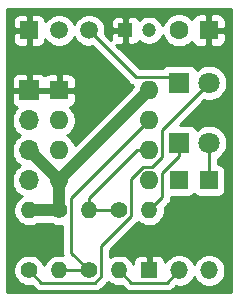
<source format=gtl>
%TF.GenerationSoftware,KiCad,Pcbnew,(5.1.12)-1*%
%TF.CreationDate,2022-05-06T17:17:32+09:00*%
%TF.ProjectId,wdtcore,77647463-6f72-4652-9e6b-696361645f70,rev?*%
%TF.SameCoordinates,Original*%
%TF.FileFunction,Copper,L1,Top*%
%TF.FilePolarity,Positive*%
%FSLAX46Y46*%
G04 Gerber Fmt 4.6, Leading zero omitted, Abs format (unit mm)*
G04 Created by KiCad (PCBNEW (5.1.12)-1) date 2022-05-06 17:17:32*
%MOMM*%
%LPD*%
G01*
G04 APERTURE LIST*
%TA.AperFunction,ComponentPad*%
%ADD10R,1.600000X1.600000*%
%TD*%
%TA.AperFunction,ComponentPad*%
%ADD11C,1.600000*%
%TD*%
%TA.AperFunction,ComponentPad*%
%ADD12O,1.400000X1.400000*%
%TD*%
%TA.AperFunction,ComponentPad*%
%ADD13C,1.400000*%
%TD*%
%TA.AperFunction,ComponentPad*%
%ADD14O,1.500000X1.500000*%
%TD*%
%TA.AperFunction,ComponentPad*%
%ADD15R,1.500000X1.500000*%
%TD*%
%TA.AperFunction,ComponentPad*%
%ADD16O,1.600000X1.600000*%
%TD*%
%TA.AperFunction,ComponentPad*%
%ADD17R,1.400000X1.400000*%
%TD*%
%TA.AperFunction,ComponentPad*%
%ADD18C,1.500000*%
%TD*%
%TA.AperFunction,ComponentPad*%
%ADD19O,1.700000X1.700000*%
%TD*%
%TA.AperFunction,ComponentPad*%
%ADD20R,1.700000X1.700000*%
%TD*%
%TA.AperFunction,ComponentPad*%
%ADD21C,1.800000*%
%TD*%
%TA.AperFunction,ComponentPad*%
%ADD22R,1.800000X1.800000*%
%TD*%
%TA.AperFunction,ComponentPad*%
%ADD23R,1.200000X1.200000*%
%TD*%
%TA.AperFunction,ComponentPad*%
%ADD24C,1.200000*%
%TD*%
%TA.AperFunction,Conductor*%
%ADD25C,0.250000*%
%TD*%
%TA.AperFunction,Conductor*%
%ADD26C,1.000000*%
%TD*%
%TA.AperFunction,Conductor*%
%ADD27C,0.254000*%
%TD*%
%TA.AperFunction,Conductor*%
%ADD28C,0.100000*%
%TD*%
G04 APERTURE END LIST*
D10*
%TO.P,0.1uF,2*%
%TO.N,GND*%
X144740000Y-91440000D03*
D11*
%TO.P,0.1uF,1*%
%TO.N,Net-(C2-Pad1)*%
X142240000Y-91440000D03*
%TD*%
D12*
%TO.P,4.7k,2*%
%TO.N,Net-(C1-Pad1)*%
X134620000Y-106680000D03*
D13*
%TO.P,4.7k,1*%
%TO.N,Net-(R4-Pad2)*%
X134620000Y-111760000D03*
%TD*%
D14*
%TO.P,1N4001,2*%
%TO.N,Net-(D4-Pad2)*%
X144780000Y-111760000D03*
D15*
%TO.P,1N4001,1*%
%TO.N,Net-(D2-Pad2)*%
X144780000Y-104140000D03*
%TD*%
D14*
%TO.P,1N4001,2*%
%TO.N,Net-(D3-Pad2)*%
X142240000Y-111760000D03*
D15*
%TO.P,1N4001,1*%
%TO.N,Net-(D3-Pad1)*%
X142240000Y-104140000D03*
%TD*%
D16*
%TO.P,NE555P,8*%
%TO.N,VCC*%
X139700000Y-96520000D03*
%TO.P,NE555P,4*%
X132080000Y-104140000D03*
%TO.P,NE555P,7*%
%TO.N,Net-(R4-Pad2)*%
X139700000Y-99060000D03*
%TO.P,NE555P,3*%
%TO.N,Net-(D2-Pad2)*%
X132080000Y-101600000D03*
%TO.P,NE555P,6*%
%TO.N,Net-(C1-Pad1)*%
X139700000Y-101600000D03*
%TO.P,NE555P,2*%
X132080000Y-99060000D03*
%TO.P,NE555P,5*%
%TO.N,Net-(C2-Pad1)*%
X139700000Y-104140000D03*
D10*
%TO.P,NE555P,1*%
%TO.N,GND*%
X132080000Y-96520000D03*
%TD*%
D12*
%TO.P,1M,2*%
%TO.N,Net-(R4-Pad2)*%
X132080000Y-111760000D03*
D13*
%TO.P,1M,1*%
%TO.N,VCC*%
X132080000Y-106680000D03*
%TD*%
D12*
%TO.P,330,2*%
%TO.N,VCC*%
X129540000Y-106680000D03*
D13*
%TO.P,330,1*%
%TO.N,Net-(D1-Pad2)*%
X129540000Y-111760000D03*
%TD*%
D12*
%TO.P,330,2*%
%TO.N,Net-(D3-Pad2)*%
X137160000Y-111760000D03*
D13*
%TO.P,330,1*%
%TO.N,Net-(C1-Pad1)*%
X137160000Y-106680000D03*
%TD*%
D12*
%TO.P,330,2*%
%TO.N,Net-(D2-Pad1)*%
X139700000Y-106680000D03*
D17*
%TO.P,330,1*%
%TO.N,GND*%
X139700000Y-111760000D03*
%TD*%
D18*
%TO.P,PNP 2907A,1*%
%TO.N,Net-(D1-Pad1)*%
X134620000Y-91440000D03*
D15*
%TO.P,PNP 2907A,3*%
%TO.N,GND*%
X129540000Y-91440000D03*
D18*
%TO.P,PNP 2907A,2*%
%TO.N,Net-(D3-Pad1)*%
X132080000Y-91440000D03*
%TD*%
D19*
%TO.P,GND,4*%
%TO.N,Net-(D3-Pad1)*%
X129540000Y-104140000D03*
%TO.P,GND,3*%
%TO.N,VCC*%
X129540000Y-101600000D03*
%TO.P,GND,2*%
%TO.N,Net-(D4-Pad2)*%
X129540000Y-99060000D03*
D20*
%TO.P,GND,1*%
%TO.N,GND*%
X129540000Y-96520000D03*
%TD*%
D21*
%TO.P,LED2,2*%
%TO.N,Net-(D2-Pad2)*%
X144780000Y-100965000D03*
D22*
%TO.P,LED2,1*%
%TO.N,Net-(D2-Pad1)*%
X142240000Y-100965000D03*
%TD*%
D21*
%TO.P,LED1,2*%
%TO.N,Net-(D1-Pad2)*%
X144780000Y-95885000D03*
D22*
%TO.P,LED1,1*%
%TO.N,Net-(D1-Pad1)*%
X142240000Y-95885000D03*
%TD*%
D23*
%TO.P,22uF,2*%
%TO.N,GND*%
X137700000Y-91440000D03*
D24*
%TO.P,22uF,1*%
%TO.N,Net-(C1-Pad1)*%
X139700000Y-91440000D03*
%TD*%
D25*
%TO.N,Net-(C1-Pad1)*%
X134620000Y-106680000D02*
X137160000Y-106680000D01*
X139700000Y-101600000D02*
X138671408Y-101600000D01*
X134620000Y-105651408D02*
X134620000Y-106680000D01*
X138671408Y-101600000D02*
X134620000Y-105651408D01*
%TO.N,Net-(D1-Pad2)*%
X130565001Y-112785001D02*
X129540000Y-111760000D01*
X135112001Y-112785001D02*
X130565001Y-112785001D01*
X135645001Y-109712001D02*
X135645001Y-112252001D01*
X139159999Y-103014999D02*
X138185001Y-103989997D01*
X138185001Y-103989997D02*
X138185001Y-107172001D01*
X139950003Y-103014999D02*
X139159999Y-103014999D01*
X140825001Y-102140001D02*
X139950003Y-103014999D01*
X135645001Y-112252001D02*
X135112001Y-112785001D01*
X140825001Y-99839999D02*
X140825001Y-102140001D01*
X138185001Y-107172001D02*
X135645001Y-109712001D01*
X144780000Y-95885000D02*
X140825001Y-99839999D01*
%TO.N,Net-(D1-Pad1)*%
X142240000Y-95885000D02*
X141605000Y-95885000D01*
X138574999Y-95394999D02*
X134620000Y-91440000D01*
X141749999Y-95394999D02*
X138574999Y-95394999D01*
X142240000Y-95885000D02*
X141749999Y-95394999D01*
%TO.N,Net-(D2-Pad2)*%
X144780000Y-100965000D02*
X144780000Y-104140000D01*
%TO.N,Net-(D2-Pad1)*%
X140825001Y-105554999D02*
X139700000Y-106680000D01*
X140825001Y-103529999D02*
X140825001Y-105554999D01*
X142240000Y-102115000D02*
X140825001Y-103529999D01*
X142240000Y-100965000D02*
X142240000Y-102115000D01*
%TO.N,Net-(D3-Pad2)*%
X138185001Y-112785001D02*
X141214999Y-112785001D01*
X141214999Y-112785001D02*
X142240000Y-111760000D01*
X137160000Y-111760000D02*
X138185001Y-112785001D01*
D26*
%TO.N,VCC*%
X129540000Y-101600000D02*
X132080000Y-104140000D01*
X132080000Y-104140000D02*
X132080000Y-106680000D01*
X132080000Y-106680000D02*
X129540000Y-106680000D01*
X132080000Y-104140000D02*
X139700000Y-96520000D01*
D25*
%TO.N,Net-(R4-Pad2)*%
X132080000Y-111760000D02*
X134620000Y-111760000D01*
X139700000Y-99060000D02*
X139700000Y-99117002D01*
X133105001Y-110245001D02*
X134620000Y-111760000D01*
X133105001Y-105654999D02*
X133105001Y-110245001D01*
X139700000Y-99060000D02*
X133105001Y-105654999D01*
%TD*%
D27*
%TO.N,GND*%
X146635001Y-113615000D02*
X127685000Y-113615000D01*
X127685000Y-97370000D01*
X128051928Y-97370000D01*
X128064188Y-97494482D01*
X128100498Y-97614180D01*
X128159463Y-97724494D01*
X128238815Y-97821185D01*
X128335506Y-97900537D01*
X128445820Y-97959502D01*
X128518380Y-97981513D01*
X128386525Y-98113368D01*
X128224010Y-98356589D01*
X128112068Y-98626842D01*
X128055000Y-98913740D01*
X128055000Y-99206260D01*
X128112068Y-99493158D01*
X128224010Y-99763411D01*
X128386525Y-100006632D01*
X128593368Y-100213475D01*
X128767760Y-100330000D01*
X128593368Y-100446525D01*
X128386525Y-100653368D01*
X128224010Y-100896589D01*
X128112068Y-101166842D01*
X128055000Y-101453740D01*
X128055000Y-101746260D01*
X128112068Y-102033158D01*
X128224010Y-102303411D01*
X128386525Y-102546632D01*
X128593368Y-102753475D01*
X128767760Y-102870000D01*
X128593368Y-102986525D01*
X128386525Y-103193368D01*
X128224010Y-103436589D01*
X128112068Y-103706842D01*
X128055000Y-103993740D01*
X128055000Y-104286260D01*
X128112068Y-104573158D01*
X128224010Y-104843411D01*
X128386525Y-105086632D01*
X128593368Y-105293475D01*
X128836589Y-105455990D01*
X128921545Y-105491180D01*
X128907641Y-105496939D01*
X128688987Y-105643038D01*
X128503038Y-105828987D01*
X128356939Y-106047641D01*
X128256304Y-106290595D01*
X128205000Y-106548514D01*
X128205000Y-106811486D01*
X128256304Y-107069405D01*
X128356939Y-107312359D01*
X128503038Y-107531013D01*
X128688987Y-107716962D01*
X128907641Y-107863061D01*
X129150595Y-107963696D01*
X129408514Y-108015000D01*
X129671486Y-108015000D01*
X129929405Y-107963696D01*
X130172359Y-107863061D01*
X130244288Y-107815000D01*
X131375712Y-107815000D01*
X131447641Y-107863061D01*
X131690595Y-107963696D01*
X131948514Y-108015000D01*
X132211486Y-108015000D01*
X132345002Y-107988442D01*
X132345002Y-110207669D01*
X132341325Y-110245001D01*
X132355999Y-110393986D01*
X132375290Y-110457583D01*
X132211486Y-110425000D01*
X131948514Y-110425000D01*
X131690595Y-110476304D01*
X131447641Y-110576939D01*
X131228987Y-110723038D01*
X131043038Y-110908987D01*
X130896939Y-111127641D01*
X130810000Y-111337530D01*
X130723061Y-111127641D01*
X130576962Y-110908987D01*
X130391013Y-110723038D01*
X130172359Y-110576939D01*
X129929405Y-110476304D01*
X129671486Y-110425000D01*
X129408514Y-110425000D01*
X129150595Y-110476304D01*
X128907641Y-110576939D01*
X128688987Y-110723038D01*
X128503038Y-110908987D01*
X128356939Y-111127641D01*
X128256304Y-111370595D01*
X128205000Y-111628514D01*
X128205000Y-111891486D01*
X128256304Y-112149405D01*
X128356939Y-112392359D01*
X128503038Y-112611013D01*
X128688987Y-112796962D01*
X128907641Y-112943061D01*
X129150595Y-113043696D01*
X129408514Y-113095000D01*
X129671486Y-113095000D01*
X129778843Y-113073645D01*
X130001202Y-113296004D01*
X130025000Y-113325002D01*
X130140725Y-113419975D01*
X130272754Y-113490547D01*
X130416015Y-113534004D01*
X130527668Y-113545001D01*
X130527677Y-113545001D01*
X130565000Y-113548677D01*
X130602323Y-113545001D01*
X135074679Y-113545001D01*
X135112001Y-113548677D01*
X135149323Y-113545001D01*
X135149334Y-113545001D01*
X135260987Y-113534004D01*
X135404248Y-113490547D01*
X135536277Y-113419975D01*
X135652002Y-113325002D01*
X135675804Y-113295999D01*
X136156003Y-112815801D01*
X136185002Y-112792002D01*
X136238653Y-112726628D01*
X136308987Y-112796962D01*
X136527641Y-112943061D01*
X136770595Y-113043696D01*
X137028514Y-113095000D01*
X137291486Y-113095000D01*
X137398843Y-113073645D01*
X137621202Y-113296004D01*
X137645000Y-113325002D01*
X137760725Y-113419975D01*
X137892754Y-113490547D01*
X138036015Y-113534004D01*
X138147668Y-113545001D01*
X138147677Y-113545001D01*
X138185000Y-113548677D01*
X138222323Y-113545001D01*
X141177677Y-113545001D01*
X141214999Y-113548677D01*
X141252321Y-113545001D01*
X141252332Y-113545001D01*
X141363985Y-113534004D01*
X141507246Y-113490547D01*
X141639275Y-113419975D01*
X141755000Y-113325002D01*
X141778803Y-113295999D01*
X141958635Y-113116167D01*
X142103589Y-113145000D01*
X142376411Y-113145000D01*
X142643989Y-113091775D01*
X142896043Y-112987371D01*
X143122886Y-112835799D01*
X143315799Y-112642886D01*
X143467371Y-112416043D01*
X143510000Y-112313127D01*
X143552629Y-112416043D01*
X143704201Y-112642886D01*
X143897114Y-112835799D01*
X144123957Y-112987371D01*
X144376011Y-113091775D01*
X144643589Y-113145000D01*
X144916411Y-113145000D01*
X145183989Y-113091775D01*
X145436043Y-112987371D01*
X145662886Y-112835799D01*
X145855799Y-112642886D01*
X146007371Y-112416043D01*
X146111775Y-112163989D01*
X146165000Y-111896411D01*
X146165000Y-111623589D01*
X146111775Y-111356011D01*
X146007371Y-111103957D01*
X145855799Y-110877114D01*
X145662886Y-110684201D01*
X145436043Y-110532629D01*
X145183989Y-110428225D01*
X144916411Y-110375000D01*
X144643589Y-110375000D01*
X144376011Y-110428225D01*
X144123957Y-110532629D01*
X143897114Y-110684201D01*
X143704201Y-110877114D01*
X143552629Y-111103957D01*
X143510000Y-111206873D01*
X143467371Y-111103957D01*
X143315799Y-110877114D01*
X143122886Y-110684201D01*
X142896043Y-110532629D01*
X142643989Y-110428225D01*
X142376411Y-110375000D01*
X142103589Y-110375000D01*
X141836011Y-110428225D01*
X141583957Y-110532629D01*
X141357114Y-110684201D01*
X141164201Y-110877114D01*
X141038028Y-111065945D01*
X141038072Y-111060000D01*
X141025812Y-110935518D01*
X140989502Y-110815820D01*
X140930537Y-110705506D01*
X140851185Y-110608815D01*
X140754494Y-110529463D01*
X140644180Y-110470498D01*
X140524482Y-110434188D01*
X140400000Y-110421928D01*
X139985750Y-110425000D01*
X139827000Y-110583750D01*
X139827000Y-111633000D01*
X139847000Y-111633000D01*
X139847000Y-111887000D01*
X139827000Y-111887000D01*
X139827000Y-111907000D01*
X139573000Y-111907000D01*
X139573000Y-111887000D01*
X139553000Y-111887000D01*
X139553000Y-111633000D01*
X139573000Y-111633000D01*
X139573000Y-110583750D01*
X139414250Y-110425000D01*
X139000000Y-110421928D01*
X138875518Y-110434188D01*
X138755820Y-110470498D01*
X138645506Y-110529463D01*
X138548815Y-110608815D01*
X138469463Y-110705506D01*
X138410498Y-110815820D01*
X138374188Y-110935518D01*
X138361928Y-111060000D01*
X138362783Y-111175253D01*
X138343061Y-111127641D01*
X138196962Y-110908987D01*
X138011013Y-110723038D01*
X137792359Y-110576939D01*
X137549405Y-110476304D01*
X137291486Y-110425000D01*
X137028514Y-110425000D01*
X136770595Y-110476304D01*
X136527641Y-110576939D01*
X136405001Y-110658884D01*
X136405001Y-110026802D01*
X138696009Y-107735796D01*
X138725002Y-107712002D01*
X138748796Y-107683009D01*
X138748800Y-107683005D01*
X138778653Y-107646628D01*
X138848987Y-107716962D01*
X139067641Y-107863061D01*
X139310595Y-107963696D01*
X139568514Y-108015000D01*
X139831486Y-108015000D01*
X140089405Y-107963696D01*
X140332359Y-107863061D01*
X140551013Y-107716962D01*
X140736962Y-107531013D01*
X140883061Y-107312359D01*
X140983696Y-107069405D01*
X141035000Y-106811486D01*
X141035000Y-106548514D01*
X141013645Y-106441157D01*
X141336004Y-106118798D01*
X141365002Y-106095000D01*
X141459975Y-105979275D01*
X141530547Y-105847246D01*
X141574004Y-105703985D01*
X141585001Y-105592332D01*
X141585001Y-105592324D01*
X141588677Y-105554999D01*
X141586025Y-105528072D01*
X142990000Y-105528072D01*
X143114482Y-105515812D01*
X143234180Y-105479502D01*
X143344494Y-105420537D01*
X143441185Y-105341185D01*
X143510000Y-105257333D01*
X143578815Y-105341185D01*
X143675506Y-105420537D01*
X143785820Y-105479502D01*
X143905518Y-105515812D01*
X144030000Y-105528072D01*
X145530000Y-105528072D01*
X145654482Y-105515812D01*
X145774180Y-105479502D01*
X145884494Y-105420537D01*
X145981185Y-105341185D01*
X146060537Y-105244494D01*
X146119502Y-105134180D01*
X146155812Y-105014482D01*
X146168072Y-104890000D01*
X146168072Y-103390000D01*
X146155812Y-103265518D01*
X146119502Y-103145820D01*
X146060537Y-103035506D01*
X145981185Y-102938815D01*
X145884494Y-102859463D01*
X145774180Y-102800498D01*
X145654482Y-102764188D01*
X145540000Y-102752913D01*
X145540000Y-102303313D01*
X145758505Y-102157312D01*
X145972312Y-101943505D01*
X146140299Y-101692095D01*
X146256011Y-101412743D01*
X146315000Y-101116184D01*
X146315000Y-100813816D01*
X146256011Y-100517257D01*
X146140299Y-100237905D01*
X145972312Y-99986495D01*
X145758505Y-99772688D01*
X145507095Y-99604701D01*
X145227743Y-99488989D01*
X144931184Y-99430000D01*
X144628816Y-99430000D01*
X144332257Y-99488989D01*
X144052905Y-99604701D01*
X143801495Y-99772688D01*
X143735056Y-99839127D01*
X143729502Y-99820820D01*
X143670537Y-99710506D01*
X143591185Y-99613815D01*
X143494494Y-99534463D01*
X143384180Y-99475498D01*
X143264482Y-99439188D01*
X143140000Y-99426928D01*
X142312873Y-99426928D01*
X144371070Y-97368731D01*
X144628816Y-97420000D01*
X144931184Y-97420000D01*
X145227743Y-97361011D01*
X145507095Y-97245299D01*
X145758505Y-97077312D01*
X145972312Y-96863505D01*
X146140299Y-96612095D01*
X146256011Y-96332743D01*
X146315000Y-96036184D01*
X146315000Y-95733816D01*
X146256011Y-95437257D01*
X146140299Y-95157905D01*
X145972312Y-94906495D01*
X145758505Y-94692688D01*
X145507095Y-94524701D01*
X145227743Y-94408989D01*
X144931184Y-94350000D01*
X144628816Y-94350000D01*
X144332257Y-94408989D01*
X144052905Y-94524701D01*
X143801495Y-94692688D01*
X143735056Y-94759127D01*
X143729502Y-94740820D01*
X143670537Y-94630506D01*
X143591185Y-94533815D01*
X143494494Y-94454463D01*
X143384180Y-94395498D01*
X143264482Y-94359188D01*
X143140000Y-94346928D01*
X141340000Y-94346928D01*
X141215518Y-94359188D01*
X141095820Y-94395498D01*
X140985506Y-94454463D01*
X140888815Y-94533815D01*
X140809463Y-94630506D01*
X140807061Y-94634999D01*
X138889801Y-94634999D01*
X136896706Y-92641905D01*
X136975518Y-92665812D01*
X137100000Y-92678072D01*
X137414250Y-92675000D01*
X137573000Y-92516250D01*
X137573000Y-91567000D01*
X136623750Y-91567000D01*
X136465000Y-91725750D01*
X136461928Y-92040000D01*
X136474188Y-92164482D01*
X136498095Y-92243294D01*
X135976167Y-91721365D01*
X136005000Y-91576411D01*
X136005000Y-91303589D01*
X135951775Y-91036011D01*
X135870585Y-90840000D01*
X136461928Y-90840000D01*
X136465000Y-91154250D01*
X136623750Y-91313000D01*
X137573000Y-91313000D01*
X137573000Y-90363750D01*
X137827000Y-90363750D01*
X137827000Y-91313000D01*
X137847000Y-91313000D01*
X137847000Y-91567000D01*
X137827000Y-91567000D01*
X137827000Y-92516250D01*
X137985750Y-92675000D01*
X138300000Y-92678072D01*
X138424482Y-92665812D01*
X138544180Y-92629502D01*
X138654494Y-92570537D01*
X138751185Y-92491185D01*
X138830537Y-92394494D01*
X138857499Y-92344053D01*
X138912733Y-92399287D01*
X139115008Y-92534443D01*
X139339764Y-92627540D01*
X139578363Y-92675000D01*
X139821637Y-92675000D01*
X140060236Y-92627540D01*
X140284992Y-92534443D01*
X140487267Y-92399287D01*
X140659287Y-92227267D01*
X140794443Y-92024992D01*
X140861761Y-91862471D01*
X140968320Y-92119727D01*
X141125363Y-92354759D01*
X141325241Y-92554637D01*
X141560273Y-92711680D01*
X141821426Y-92819853D01*
X142098665Y-92875000D01*
X142381335Y-92875000D01*
X142658574Y-92819853D01*
X142919727Y-92711680D01*
X143154759Y-92554637D01*
X143321339Y-92388057D01*
X143350498Y-92484180D01*
X143409463Y-92594494D01*
X143488815Y-92691185D01*
X143585506Y-92770537D01*
X143695820Y-92829502D01*
X143815518Y-92865812D01*
X143940000Y-92878072D01*
X144454250Y-92875000D01*
X144613000Y-92716250D01*
X144613000Y-91567000D01*
X144867000Y-91567000D01*
X144867000Y-92716250D01*
X145025750Y-92875000D01*
X145540000Y-92878072D01*
X145664482Y-92865812D01*
X145784180Y-92829502D01*
X145894494Y-92770537D01*
X145991185Y-92691185D01*
X146070537Y-92594494D01*
X146129502Y-92484180D01*
X146165812Y-92364482D01*
X146178072Y-92240000D01*
X146175000Y-91725750D01*
X146016250Y-91567000D01*
X144867000Y-91567000D01*
X144613000Y-91567000D01*
X144593000Y-91567000D01*
X144593000Y-91313000D01*
X144613000Y-91313000D01*
X144613000Y-90163750D01*
X144867000Y-90163750D01*
X144867000Y-91313000D01*
X146016250Y-91313000D01*
X146175000Y-91154250D01*
X146178072Y-90640000D01*
X146165812Y-90515518D01*
X146129502Y-90395820D01*
X146070537Y-90285506D01*
X145991185Y-90188815D01*
X145894494Y-90109463D01*
X145784180Y-90050498D01*
X145664482Y-90014188D01*
X145540000Y-90001928D01*
X145025750Y-90005000D01*
X144867000Y-90163750D01*
X144613000Y-90163750D01*
X144454250Y-90005000D01*
X143940000Y-90001928D01*
X143815518Y-90014188D01*
X143695820Y-90050498D01*
X143585506Y-90109463D01*
X143488815Y-90188815D01*
X143409463Y-90285506D01*
X143350498Y-90395820D01*
X143321339Y-90491943D01*
X143154759Y-90325363D01*
X142919727Y-90168320D01*
X142658574Y-90060147D01*
X142381335Y-90005000D01*
X142098665Y-90005000D01*
X141821426Y-90060147D01*
X141560273Y-90168320D01*
X141325241Y-90325363D01*
X141125363Y-90525241D01*
X140968320Y-90760273D01*
X140861761Y-91017529D01*
X140794443Y-90855008D01*
X140659287Y-90652733D01*
X140487267Y-90480713D01*
X140284992Y-90345557D01*
X140060236Y-90252460D01*
X139821637Y-90205000D01*
X139578363Y-90205000D01*
X139339764Y-90252460D01*
X139115008Y-90345557D01*
X138912733Y-90480713D01*
X138857499Y-90535947D01*
X138830537Y-90485506D01*
X138751185Y-90388815D01*
X138654494Y-90309463D01*
X138544180Y-90250498D01*
X138424482Y-90214188D01*
X138300000Y-90201928D01*
X137985750Y-90205000D01*
X137827000Y-90363750D01*
X137573000Y-90363750D01*
X137414250Y-90205000D01*
X137100000Y-90201928D01*
X136975518Y-90214188D01*
X136855820Y-90250498D01*
X136745506Y-90309463D01*
X136648815Y-90388815D01*
X136569463Y-90485506D01*
X136510498Y-90595820D01*
X136474188Y-90715518D01*
X136461928Y-90840000D01*
X135870585Y-90840000D01*
X135847371Y-90783957D01*
X135695799Y-90557114D01*
X135502886Y-90364201D01*
X135276043Y-90212629D01*
X135023989Y-90108225D01*
X134756411Y-90055000D01*
X134483589Y-90055000D01*
X134216011Y-90108225D01*
X133963957Y-90212629D01*
X133737114Y-90364201D01*
X133544201Y-90557114D01*
X133392629Y-90783957D01*
X133350000Y-90886873D01*
X133307371Y-90783957D01*
X133155799Y-90557114D01*
X132962886Y-90364201D01*
X132736043Y-90212629D01*
X132483989Y-90108225D01*
X132216411Y-90055000D01*
X131943589Y-90055000D01*
X131676011Y-90108225D01*
X131423957Y-90212629D01*
X131197114Y-90364201D01*
X131004201Y-90557114D01*
X130926445Y-90673483D01*
X130915812Y-90565518D01*
X130879502Y-90445820D01*
X130820537Y-90335506D01*
X130741185Y-90238815D01*
X130644494Y-90159463D01*
X130534180Y-90100498D01*
X130414482Y-90064188D01*
X130290000Y-90051928D01*
X129825750Y-90055000D01*
X129667000Y-90213750D01*
X129667000Y-91313000D01*
X129687000Y-91313000D01*
X129687000Y-91567000D01*
X129667000Y-91567000D01*
X129667000Y-92666250D01*
X129825750Y-92825000D01*
X130290000Y-92828072D01*
X130414482Y-92815812D01*
X130534180Y-92779502D01*
X130644494Y-92720537D01*
X130741185Y-92641185D01*
X130820537Y-92544494D01*
X130879502Y-92434180D01*
X130915812Y-92314482D01*
X130926445Y-92206517D01*
X131004201Y-92322886D01*
X131197114Y-92515799D01*
X131423957Y-92667371D01*
X131676011Y-92771775D01*
X131943589Y-92825000D01*
X132216411Y-92825000D01*
X132483989Y-92771775D01*
X132736043Y-92667371D01*
X132962886Y-92515799D01*
X133155799Y-92322886D01*
X133307371Y-92096043D01*
X133350000Y-91993127D01*
X133392629Y-92096043D01*
X133544201Y-92322886D01*
X133737114Y-92515799D01*
X133963957Y-92667371D01*
X134216011Y-92771775D01*
X134483589Y-92825000D01*
X134756411Y-92825000D01*
X134901365Y-92796167D01*
X138011199Y-95906001D01*
X138034998Y-95935000D01*
X138150723Y-96029973D01*
X138282752Y-96100545D01*
X138318184Y-96111293D01*
X138272150Y-96342718D01*
X133452118Y-101162751D01*
X133351680Y-100920273D01*
X133194637Y-100685241D01*
X132994759Y-100485363D01*
X132762241Y-100330000D01*
X132994759Y-100174637D01*
X133194637Y-99974759D01*
X133351680Y-99739727D01*
X133459853Y-99478574D01*
X133515000Y-99201335D01*
X133515000Y-98918665D01*
X133459853Y-98641426D01*
X133351680Y-98380273D01*
X133194637Y-98145241D01*
X132996039Y-97946643D01*
X133004482Y-97945812D01*
X133124180Y-97909502D01*
X133234494Y-97850537D01*
X133331185Y-97771185D01*
X133410537Y-97674494D01*
X133469502Y-97564180D01*
X133505812Y-97444482D01*
X133518072Y-97320000D01*
X133515000Y-96805750D01*
X133356250Y-96647000D01*
X132207000Y-96647000D01*
X132207000Y-96667000D01*
X131953000Y-96667000D01*
X131953000Y-96647000D01*
X129667000Y-96647000D01*
X129667000Y-96667000D01*
X129413000Y-96667000D01*
X129413000Y-96647000D01*
X128213750Y-96647000D01*
X128055000Y-96805750D01*
X128051928Y-97370000D01*
X127685000Y-97370000D01*
X127685000Y-95670000D01*
X128051928Y-95670000D01*
X128055000Y-96234250D01*
X128213750Y-96393000D01*
X129413000Y-96393000D01*
X129413000Y-95193750D01*
X129667000Y-95193750D01*
X129667000Y-96393000D01*
X131953000Y-96393000D01*
X131953000Y-95243750D01*
X132207000Y-95243750D01*
X132207000Y-96393000D01*
X133356250Y-96393000D01*
X133515000Y-96234250D01*
X133518072Y-95720000D01*
X133505812Y-95595518D01*
X133469502Y-95475820D01*
X133410537Y-95365506D01*
X133331185Y-95268815D01*
X133234494Y-95189463D01*
X133124180Y-95130498D01*
X133004482Y-95094188D01*
X132880000Y-95081928D01*
X132365750Y-95085000D01*
X132207000Y-95243750D01*
X131953000Y-95243750D01*
X131794250Y-95085000D01*
X131280000Y-95081928D01*
X131155518Y-95094188D01*
X131035820Y-95130498D01*
X130925506Y-95189463D01*
X130860726Y-95242626D01*
X130841185Y-95218815D01*
X130744494Y-95139463D01*
X130634180Y-95080498D01*
X130514482Y-95044188D01*
X130390000Y-95031928D01*
X129825750Y-95035000D01*
X129667000Y-95193750D01*
X129413000Y-95193750D01*
X129254250Y-95035000D01*
X128690000Y-95031928D01*
X128565518Y-95044188D01*
X128445820Y-95080498D01*
X128335506Y-95139463D01*
X128238815Y-95218815D01*
X128159463Y-95315506D01*
X128100498Y-95425820D01*
X128064188Y-95545518D01*
X128051928Y-95670000D01*
X127685000Y-95670000D01*
X127685000Y-92190000D01*
X128151928Y-92190000D01*
X128164188Y-92314482D01*
X128200498Y-92434180D01*
X128259463Y-92544494D01*
X128338815Y-92641185D01*
X128435506Y-92720537D01*
X128545820Y-92779502D01*
X128665518Y-92815812D01*
X128790000Y-92828072D01*
X129254250Y-92825000D01*
X129413000Y-92666250D01*
X129413000Y-91567000D01*
X128313750Y-91567000D01*
X128155000Y-91725750D01*
X128151928Y-92190000D01*
X127685000Y-92190000D01*
X127685000Y-90690000D01*
X128151928Y-90690000D01*
X128155000Y-91154250D01*
X128313750Y-91313000D01*
X129413000Y-91313000D01*
X129413000Y-90213750D01*
X129254250Y-90055000D01*
X128790000Y-90051928D01*
X128665518Y-90064188D01*
X128545820Y-90100498D01*
X128435506Y-90159463D01*
X128338815Y-90238815D01*
X128259463Y-90335506D01*
X128200498Y-90445820D01*
X128164188Y-90565518D01*
X128151928Y-90690000D01*
X127685000Y-90690000D01*
X127685000Y-89585000D01*
X146635000Y-89585000D01*
X146635001Y-113615000D01*
%TA.AperFunction,Conductor*%
D28*
G36*
X146635001Y-113615000D02*
G01*
X127685000Y-113615000D01*
X127685000Y-97370000D01*
X128051928Y-97370000D01*
X128064188Y-97494482D01*
X128100498Y-97614180D01*
X128159463Y-97724494D01*
X128238815Y-97821185D01*
X128335506Y-97900537D01*
X128445820Y-97959502D01*
X128518380Y-97981513D01*
X128386525Y-98113368D01*
X128224010Y-98356589D01*
X128112068Y-98626842D01*
X128055000Y-98913740D01*
X128055000Y-99206260D01*
X128112068Y-99493158D01*
X128224010Y-99763411D01*
X128386525Y-100006632D01*
X128593368Y-100213475D01*
X128767760Y-100330000D01*
X128593368Y-100446525D01*
X128386525Y-100653368D01*
X128224010Y-100896589D01*
X128112068Y-101166842D01*
X128055000Y-101453740D01*
X128055000Y-101746260D01*
X128112068Y-102033158D01*
X128224010Y-102303411D01*
X128386525Y-102546632D01*
X128593368Y-102753475D01*
X128767760Y-102870000D01*
X128593368Y-102986525D01*
X128386525Y-103193368D01*
X128224010Y-103436589D01*
X128112068Y-103706842D01*
X128055000Y-103993740D01*
X128055000Y-104286260D01*
X128112068Y-104573158D01*
X128224010Y-104843411D01*
X128386525Y-105086632D01*
X128593368Y-105293475D01*
X128836589Y-105455990D01*
X128921545Y-105491180D01*
X128907641Y-105496939D01*
X128688987Y-105643038D01*
X128503038Y-105828987D01*
X128356939Y-106047641D01*
X128256304Y-106290595D01*
X128205000Y-106548514D01*
X128205000Y-106811486D01*
X128256304Y-107069405D01*
X128356939Y-107312359D01*
X128503038Y-107531013D01*
X128688987Y-107716962D01*
X128907641Y-107863061D01*
X129150595Y-107963696D01*
X129408514Y-108015000D01*
X129671486Y-108015000D01*
X129929405Y-107963696D01*
X130172359Y-107863061D01*
X130244288Y-107815000D01*
X131375712Y-107815000D01*
X131447641Y-107863061D01*
X131690595Y-107963696D01*
X131948514Y-108015000D01*
X132211486Y-108015000D01*
X132345002Y-107988442D01*
X132345002Y-110207669D01*
X132341325Y-110245001D01*
X132355999Y-110393986D01*
X132375290Y-110457583D01*
X132211486Y-110425000D01*
X131948514Y-110425000D01*
X131690595Y-110476304D01*
X131447641Y-110576939D01*
X131228987Y-110723038D01*
X131043038Y-110908987D01*
X130896939Y-111127641D01*
X130810000Y-111337530D01*
X130723061Y-111127641D01*
X130576962Y-110908987D01*
X130391013Y-110723038D01*
X130172359Y-110576939D01*
X129929405Y-110476304D01*
X129671486Y-110425000D01*
X129408514Y-110425000D01*
X129150595Y-110476304D01*
X128907641Y-110576939D01*
X128688987Y-110723038D01*
X128503038Y-110908987D01*
X128356939Y-111127641D01*
X128256304Y-111370595D01*
X128205000Y-111628514D01*
X128205000Y-111891486D01*
X128256304Y-112149405D01*
X128356939Y-112392359D01*
X128503038Y-112611013D01*
X128688987Y-112796962D01*
X128907641Y-112943061D01*
X129150595Y-113043696D01*
X129408514Y-113095000D01*
X129671486Y-113095000D01*
X129778843Y-113073645D01*
X130001202Y-113296004D01*
X130025000Y-113325002D01*
X130140725Y-113419975D01*
X130272754Y-113490547D01*
X130416015Y-113534004D01*
X130527668Y-113545001D01*
X130527677Y-113545001D01*
X130565000Y-113548677D01*
X130602323Y-113545001D01*
X135074679Y-113545001D01*
X135112001Y-113548677D01*
X135149323Y-113545001D01*
X135149334Y-113545001D01*
X135260987Y-113534004D01*
X135404248Y-113490547D01*
X135536277Y-113419975D01*
X135652002Y-113325002D01*
X135675804Y-113295999D01*
X136156003Y-112815801D01*
X136185002Y-112792002D01*
X136238653Y-112726628D01*
X136308987Y-112796962D01*
X136527641Y-112943061D01*
X136770595Y-113043696D01*
X137028514Y-113095000D01*
X137291486Y-113095000D01*
X137398843Y-113073645D01*
X137621202Y-113296004D01*
X137645000Y-113325002D01*
X137760725Y-113419975D01*
X137892754Y-113490547D01*
X138036015Y-113534004D01*
X138147668Y-113545001D01*
X138147677Y-113545001D01*
X138185000Y-113548677D01*
X138222323Y-113545001D01*
X141177677Y-113545001D01*
X141214999Y-113548677D01*
X141252321Y-113545001D01*
X141252332Y-113545001D01*
X141363985Y-113534004D01*
X141507246Y-113490547D01*
X141639275Y-113419975D01*
X141755000Y-113325002D01*
X141778803Y-113295999D01*
X141958635Y-113116167D01*
X142103589Y-113145000D01*
X142376411Y-113145000D01*
X142643989Y-113091775D01*
X142896043Y-112987371D01*
X143122886Y-112835799D01*
X143315799Y-112642886D01*
X143467371Y-112416043D01*
X143510000Y-112313127D01*
X143552629Y-112416043D01*
X143704201Y-112642886D01*
X143897114Y-112835799D01*
X144123957Y-112987371D01*
X144376011Y-113091775D01*
X144643589Y-113145000D01*
X144916411Y-113145000D01*
X145183989Y-113091775D01*
X145436043Y-112987371D01*
X145662886Y-112835799D01*
X145855799Y-112642886D01*
X146007371Y-112416043D01*
X146111775Y-112163989D01*
X146165000Y-111896411D01*
X146165000Y-111623589D01*
X146111775Y-111356011D01*
X146007371Y-111103957D01*
X145855799Y-110877114D01*
X145662886Y-110684201D01*
X145436043Y-110532629D01*
X145183989Y-110428225D01*
X144916411Y-110375000D01*
X144643589Y-110375000D01*
X144376011Y-110428225D01*
X144123957Y-110532629D01*
X143897114Y-110684201D01*
X143704201Y-110877114D01*
X143552629Y-111103957D01*
X143510000Y-111206873D01*
X143467371Y-111103957D01*
X143315799Y-110877114D01*
X143122886Y-110684201D01*
X142896043Y-110532629D01*
X142643989Y-110428225D01*
X142376411Y-110375000D01*
X142103589Y-110375000D01*
X141836011Y-110428225D01*
X141583957Y-110532629D01*
X141357114Y-110684201D01*
X141164201Y-110877114D01*
X141038028Y-111065945D01*
X141038072Y-111060000D01*
X141025812Y-110935518D01*
X140989502Y-110815820D01*
X140930537Y-110705506D01*
X140851185Y-110608815D01*
X140754494Y-110529463D01*
X140644180Y-110470498D01*
X140524482Y-110434188D01*
X140400000Y-110421928D01*
X139985750Y-110425000D01*
X139827000Y-110583750D01*
X139827000Y-111633000D01*
X139847000Y-111633000D01*
X139847000Y-111887000D01*
X139827000Y-111887000D01*
X139827000Y-111907000D01*
X139573000Y-111907000D01*
X139573000Y-111887000D01*
X139553000Y-111887000D01*
X139553000Y-111633000D01*
X139573000Y-111633000D01*
X139573000Y-110583750D01*
X139414250Y-110425000D01*
X139000000Y-110421928D01*
X138875518Y-110434188D01*
X138755820Y-110470498D01*
X138645506Y-110529463D01*
X138548815Y-110608815D01*
X138469463Y-110705506D01*
X138410498Y-110815820D01*
X138374188Y-110935518D01*
X138361928Y-111060000D01*
X138362783Y-111175253D01*
X138343061Y-111127641D01*
X138196962Y-110908987D01*
X138011013Y-110723038D01*
X137792359Y-110576939D01*
X137549405Y-110476304D01*
X137291486Y-110425000D01*
X137028514Y-110425000D01*
X136770595Y-110476304D01*
X136527641Y-110576939D01*
X136405001Y-110658884D01*
X136405001Y-110026802D01*
X138696009Y-107735796D01*
X138725002Y-107712002D01*
X138748796Y-107683009D01*
X138748800Y-107683005D01*
X138778653Y-107646628D01*
X138848987Y-107716962D01*
X139067641Y-107863061D01*
X139310595Y-107963696D01*
X139568514Y-108015000D01*
X139831486Y-108015000D01*
X140089405Y-107963696D01*
X140332359Y-107863061D01*
X140551013Y-107716962D01*
X140736962Y-107531013D01*
X140883061Y-107312359D01*
X140983696Y-107069405D01*
X141035000Y-106811486D01*
X141035000Y-106548514D01*
X141013645Y-106441157D01*
X141336004Y-106118798D01*
X141365002Y-106095000D01*
X141459975Y-105979275D01*
X141530547Y-105847246D01*
X141574004Y-105703985D01*
X141585001Y-105592332D01*
X141585001Y-105592324D01*
X141588677Y-105554999D01*
X141586025Y-105528072D01*
X142990000Y-105528072D01*
X143114482Y-105515812D01*
X143234180Y-105479502D01*
X143344494Y-105420537D01*
X143441185Y-105341185D01*
X143510000Y-105257333D01*
X143578815Y-105341185D01*
X143675506Y-105420537D01*
X143785820Y-105479502D01*
X143905518Y-105515812D01*
X144030000Y-105528072D01*
X145530000Y-105528072D01*
X145654482Y-105515812D01*
X145774180Y-105479502D01*
X145884494Y-105420537D01*
X145981185Y-105341185D01*
X146060537Y-105244494D01*
X146119502Y-105134180D01*
X146155812Y-105014482D01*
X146168072Y-104890000D01*
X146168072Y-103390000D01*
X146155812Y-103265518D01*
X146119502Y-103145820D01*
X146060537Y-103035506D01*
X145981185Y-102938815D01*
X145884494Y-102859463D01*
X145774180Y-102800498D01*
X145654482Y-102764188D01*
X145540000Y-102752913D01*
X145540000Y-102303313D01*
X145758505Y-102157312D01*
X145972312Y-101943505D01*
X146140299Y-101692095D01*
X146256011Y-101412743D01*
X146315000Y-101116184D01*
X146315000Y-100813816D01*
X146256011Y-100517257D01*
X146140299Y-100237905D01*
X145972312Y-99986495D01*
X145758505Y-99772688D01*
X145507095Y-99604701D01*
X145227743Y-99488989D01*
X144931184Y-99430000D01*
X144628816Y-99430000D01*
X144332257Y-99488989D01*
X144052905Y-99604701D01*
X143801495Y-99772688D01*
X143735056Y-99839127D01*
X143729502Y-99820820D01*
X143670537Y-99710506D01*
X143591185Y-99613815D01*
X143494494Y-99534463D01*
X143384180Y-99475498D01*
X143264482Y-99439188D01*
X143140000Y-99426928D01*
X142312873Y-99426928D01*
X144371070Y-97368731D01*
X144628816Y-97420000D01*
X144931184Y-97420000D01*
X145227743Y-97361011D01*
X145507095Y-97245299D01*
X145758505Y-97077312D01*
X145972312Y-96863505D01*
X146140299Y-96612095D01*
X146256011Y-96332743D01*
X146315000Y-96036184D01*
X146315000Y-95733816D01*
X146256011Y-95437257D01*
X146140299Y-95157905D01*
X145972312Y-94906495D01*
X145758505Y-94692688D01*
X145507095Y-94524701D01*
X145227743Y-94408989D01*
X144931184Y-94350000D01*
X144628816Y-94350000D01*
X144332257Y-94408989D01*
X144052905Y-94524701D01*
X143801495Y-94692688D01*
X143735056Y-94759127D01*
X143729502Y-94740820D01*
X143670537Y-94630506D01*
X143591185Y-94533815D01*
X143494494Y-94454463D01*
X143384180Y-94395498D01*
X143264482Y-94359188D01*
X143140000Y-94346928D01*
X141340000Y-94346928D01*
X141215518Y-94359188D01*
X141095820Y-94395498D01*
X140985506Y-94454463D01*
X140888815Y-94533815D01*
X140809463Y-94630506D01*
X140807061Y-94634999D01*
X138889801Y-94634999D01*
X136896706Y-92641905D01*
X136975518Y-92665812D01*
X137100000Y-92678072D01*
X137414250Y-92675000D01*
X137573000Y-92516250D01*
X137573000Y-91567000D01*
X136623750Y-91567000D01*
X136465000Y-91725750D01*
X136461928Y-92040000D01*
X136474188Y-92164482D01*
X136498095Y-92243294D01*
X135976167Y-91721365D01*
X136005000Y-91576411D01*
X136005000Y-91303589D01*
X135951775Y-91036011D01*
X135870585Y-90840000D01*
X136461928Y-90840000D01*
X136465000Y-91154250D01*
X136623750Y-91313000D01*
X137573000Y-91313000D01*
X137573000Y-90363750D01*
X137827000Y-90363750D01*
X137827000Y-91313000D01*
X137847000Y-91313000D01*
X137847000Y-91567000D01*
X137827000Y-91567000D01*
X137827000Y-92516250D01*
X137985750Y-92675000D01*
X138300000Y-92678072D01*
X138424482Y-92665812D01*
X138544180Y-92629502D01*
X138654494Y-92570537D01*
X138751185Y-92491185D01*
X138830537Y-92394494D01*
X138857499Y-92344053D01*
X138912733Y-92399287D01*
X139115008Y-92534443D01*
X139339764Y-92627540D01*
X139578363Y-92675000D01*
X139821637Y-92675000D01*
X140060236Y-92627540D01*
X140284992Y-92534443D01*
X140487267Y-92399287D01*
X140659287Y-92227267D01*
X140794443Y-92024992D01*
X140861761Y-91862471D01*
X140968320Y-92119727D01*
X141125363Y-92354759D01*
X141325241Y-92554637D01*
X141560273Y-92711680D01*
X141821426Y-92819853D01*
X142098665Y-92875000D01*
X142381335Y-92875000D01*
X142658574Y-92819853D01*
X142919727Y-92711680D01*
X143154759Y-92554637D01*
X143321339Y-92388057D01*
X143350498Y-92484180D01*
X143409463Y-92594494D01*
X143488815Y-92691185D01*
X143585506Y-92770537D01*
X143695820Y-92829502D01*
X143815518Y-92865812D01*
X143940000Y-92878072D01*
X144454250Y-92875000D01*
X144613000Y-92716250D01*
X144613000Y-91567000D01*
X144867000Y-91567000D01*
X144867000Y-92716250D01*
X145025750Y-92875000D01*
X145540000Y-92878072D01*
X145664482Y-92865812D01*
X145784180Y-92829502D01*
X145894494Y-92770537D01*
X145991185Y-92691185D01*
X146070537Y-92594494D01*
X146129502Y-92484180D01*
X146165812Y-92364482D01*
X146178072Y-92240000D01*
X146175000Y-91725750D01*
X146016250Y-91567000D01*
X144867000Y-91567000D01*
X144613000Y-91567000D01*
X144593000Y-91567000D01*
X144593000Y-91313000D01*
X144613000Y-91313000D01*
X144613000Y-90163750D01*
X144867000Y-90163750D01*
X144867000Y-91313000D01*
X146016250Y-91313000D01*
X146175000Y-91154250D01*
X146178072Y-90640000D01*
X146165812Y-90515518D01*
X146129502Y-90395820D01*
X146070537Y-90285506D01*
X145991185Y-90188815D01*
X145894494Y-90109463D01*
X145784180Y-90050498D01*
X145664482Y-90014188D01*
X145540000Y-90001928D01*
X145025750Y-90005000D01*
X144867000Y-90163750D01*
X144613000Y-90163750D01*
X144454250Y-90005000D01*
X143940000Y-90001928D01*
X143815518Y-90014188D01*
X143695820Y-90050498D01*
X143585506Y-90109463D01*
X143488815Y-90188815D01*
X143409463Y-90285506D01*
X143350498Y-90395820D01*
X143321339Y-90491943D01*
X143154759Y-90325363D01*
X142919727Y-90168320D01*
X142658574Y-90060147D01*
X142381335Y-90005000D01*
X142098665Y-90005000D01*
X141821426Y-90060147D01*
X141560273Y-90168320D01*
X141325241Y-90325363D01*
X141125363Y-90525241D01*
X140968320Y-90760273D01*
X140861761Y-91017529D01*
X140794443Y-90855008D01*
X140659287Y-90652733D01*
X140487267Y-90480713D01*
X140284992Y-90345557D01*
X140060236Y-90252460D01*
X139821637Y-90205000D01*
X139578363Y-90205000D01*
X139339764Y-90252460D01*
X139115008Y-90345557D01*
X138912733Y-90480713D01*
X138857499Y-90535947D01*
X138830537Y-90485506D01*
X138751185Y-90388815D01*
X138654494Y-90309463D01*
X138544180Y-90250498D01*
X138424482Y-90214188D01*
X138300000Y-90201928D01*
X137985750Y-90205000D01*
X137827000Y-90363750D01*
X137573000Y-90363750D01*
X137414250Y-90205000D01*
X137100000Y-90201928D01*
X136975518Y-90214188D01*
X136855820Y-90250498D01*
X136745506Y-90309463D01*
X136648815Y-90388815D01*
X136569463Y-90485506D01*
X136510498Y-90595820D01*
X136474188Y-90715518D01*
X136461928Y-90840000D01*
X135870585Y-90840000D01*
X135847371Y-90783957D01*
X135695799Y-90557114D01*
X135502886Y-90364201D01*
X135276043Y-90212629D01*
X135023989Y-90108225D01*
X134756411Y-90055000D01*
X134483589Y-90055000D01*
X134216011Y-90108225D01*
X133963957Y-90212629D01*
X133737114Y-90364201D01*
X133544201Y-90557114D01*
X133392629Y-90783957D01*
X133350000Y-90886873D01*
X133307371Y-90783957D01*
X133155799Y-90557114D01*
X132962886Y-90364201D01*
X132736043Y-90212629D01*
X132483989Y-90108225D01*
X132216411Y-90055000D01*
X131943589Y-90055000D01*
X131676011Y-90108225D01*
X131423957Y-90212629D01*
X131197114Y-90364201D01*
X131004201Y-90557114D01*
X130926445Y-90673483D01*
X130915812Y-90565518D01*
X130879502Y-90445820D01*
X130820537Y-90335506D01*
X130741185Y-90238815D01*
X130644494Y-90159463D01*
X130534180Y-90100498D01*
X130414482Y-90064188D01*
X130290000Y-90051928D01*
X129825750Y-90055000D01*
X129667000Y-90213750D01*
X129667000Y-91313000D01*
X129687000Y-91313000D01*
X129687000Y-91567000D01*
X129667000Y-91567000D01*
X129667000Y-92666250D01*
X129825750Y-92825000D01*
X130290000Y-92828072D01*
X130414482Y-92815812D01*
X130534180Y-92779502D01*
X130644494Y-92720537D01*
X130741185Y-92641185D01*
X130820537Y-92544494D01*
X130879502Y-92434180D01*
X130915812Y-92314482D01*
X130926445Y-92206517D01*
X131004201Y-92322886D01*
X131197114Y-92515799D01*
X131423957Y-92667371D01*
X131676011Y-92771775D01*
X131943589Y-92825000D01*
X132216411Y-92825000D01*
X132483989Y-92771775D01*
X132736043Y-92667371D01*
X132962886Y-92515799D01*
X133155799Y-92322886D01*
X133307371Y-92096043D01*
X133350000Y-91993127D01*
X133392629Y-92096043D01*
X133544201Y-92322886D01*
X133737114Y-92515799D01*
X133963957Y-92667371D01*
X134216011Y-92771775D01*
X134483589Y-92825000D01*
X134756411Y-92825000D01*
X134901365Y-92796167D01*
X138011199Y-95906001D01*
X138034998Y-95935000D01*
X138150723Y-96029973D01*
X138282752Y-96100545D01*
X138318184Y-96111293D01*
X138272150Y-96342718D01*
X133452118Y-101162751D01*
X133351680Y-100920273D01*
X133194637Y-100685241D01*
X132994759Y-100485363D01*
X132762241Y-100330000D01*
X132994759Y-100174637D01*
X133194637Y-99974759D01*
X133351680Y-99739727D01*
X133459853Y-99478574D01*
X133515000Y-99201335D01*
X133515000Y-98918665D01*
X133459853Y-98641426D01*
X133351680Y-98380273D01*
X133194637Y-98145241D01*
X132996039Y-97946643D01*
X133004482Y-97945812D01*
X133124180Y-97909502D01*
X133234494Y-97850537D01*
X133331185Y-97771185D01*
X133410537Y-97674494D01*
X133469502Y-97564180D01*
X133505812Y-97444482D01*
X133518072Y-97320000D01*
X133515000Y-96805750D01*
X133356250Y-96647000D01*
X132207000Y-96647000D01*
X132207000Y-96667000D01*
X131953000Y-96667000D01*
X131953000Y-96647000D01*
X129667000Y-96647000D01*
X129667000Y-96667000D01*
X129413000Y-96667000D01*
X129413000Y-96647000D01*
X128213750Y-96647000D01*
X128055000Y-96805750D01*
X128051928Y-97370000D01*
X127685000Y-97370000D01*
X127685000Y-95670000D01*
X128051928Y-95670000D01*
X128055000Y-96234250D01*
X128213750Y-96393000D01*
X129413000Y-96393000D01*
X129413000Y-95193750D01*
X129667000Y-95193750D01*
X129667000Y-96393000D01*
X131953000Y-96393000D01*
X131953000Y-95243750D01*
X132207000Y-95243750D01*
X132207000Y-96393000D01*
X133356250Y-96393000D01*
X133515000Y-96234250D01*
X133518072Y-95720000D01*
X133505812Y-95595518D01*
X133469502Y-95475820D01*
X133410537Y-95365506D01*
X133331185Y-95268815D01*
X133234494Y-95189463D01*
X133124180Y-95130498D01*
X133004482Y-95094188D01*
X132880000Y-95081928D01*
X132365750Y-95085000D01*
X132207000Y-95243750D01*
X131953000Y-95243750D01*
X131794250Y-95085000D01*
X131280000Y-95081928D01*
X131155518Y-95094188D01*
X131035820Y-95130498D01*
X130925506Y-95189463D01*
X130860726Y-95242626D01*
X130841185Y-95218815D01*
X130744494Y-95139463D01*
X130634180Y-95080498D01*
X130514482Y-95044188D01*
X130390000Y-95031928D01*
X129825750Y-95035000D01*
X129667000Y-95193750D01*
X129413000Y-95193750D01*
X129254250Y-95035000D01*
X128690000Y-95031928D01*
X128565518Y-95044188D01*
X128445820Y-95080498D01*
X128335506Y-95139463D01*
X128238815Y-95218815D01*
X128159463Y-95315506D01*
X128100498Y-95425820D01*
X128064188Y-95545518D01*
X128051928Y-95670000D01*
X127685000Y-95670000D01*
X127685000Y-92190000D01*
X128151928Y-92190000D01*
X128164188Y-92314482D01*
X128200498Y-92434180D01*
X128259463Y-92544494D01*
X128338815Y-92641185D01*
X128435506Y-92720537D01*
X128545820Y-92779502D01*
X128665518Y-92815812D01*
X128790000Y-92828072D01*
X129254250Y-92825000D01*
X129413000Y-92666250D01*
X129413000Y-91567000D01*
X128313750Y-91567000D01*
X128155000Y-91725750D01*
X128151928Y-92190000D01*
X127685000Y-92190000D01*
X127685000Y-90690000D01*
X128151928Y-90690000D01*
X128155000Y-91154250D01*
X128313750Y-91313000D01*
X129413000Y-91313000D01*
X129413000Y-90213750D01*
X129254250Y-90055000D01*
X128790000Y-90051928D01*
X128665518Y-90064188D01*
X128545820Y-90100498D01*
X128435506Y-90159463D01*
X128338815Y-90238815D01*
X128259463Y-90335506D01*
X128200498Y-90445820D01*
X128164188Y-90565518D01*
X128151928Y-90690000D01*
X127685000Y-90690000D01*
X127685000Y-89585000D01*
X146635000Y-89585000D01*
X146635001Y-113615000D01*
G37*
%TD.AperFunction*%
%TD*%
M02*

</source>
